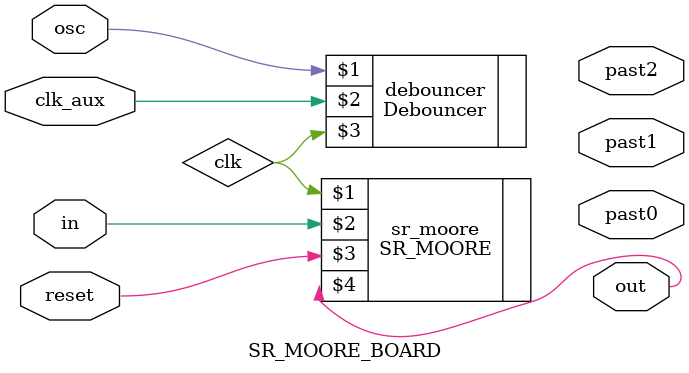
<source format=v>
`timescale 1ns / 1ps
module SR_MOORE_BOARD(
    input osc,
    input clk_aux,
    input in,
    input reset,
    output past0, 
    output past1, 
    output past2,
    output out
    );
    wire clk;

    Debouncer debouncer(osc, clk_aux, clk);

    SR_MOORE sr_moore(clk, in, reset, out);

endmodule    

</source>
